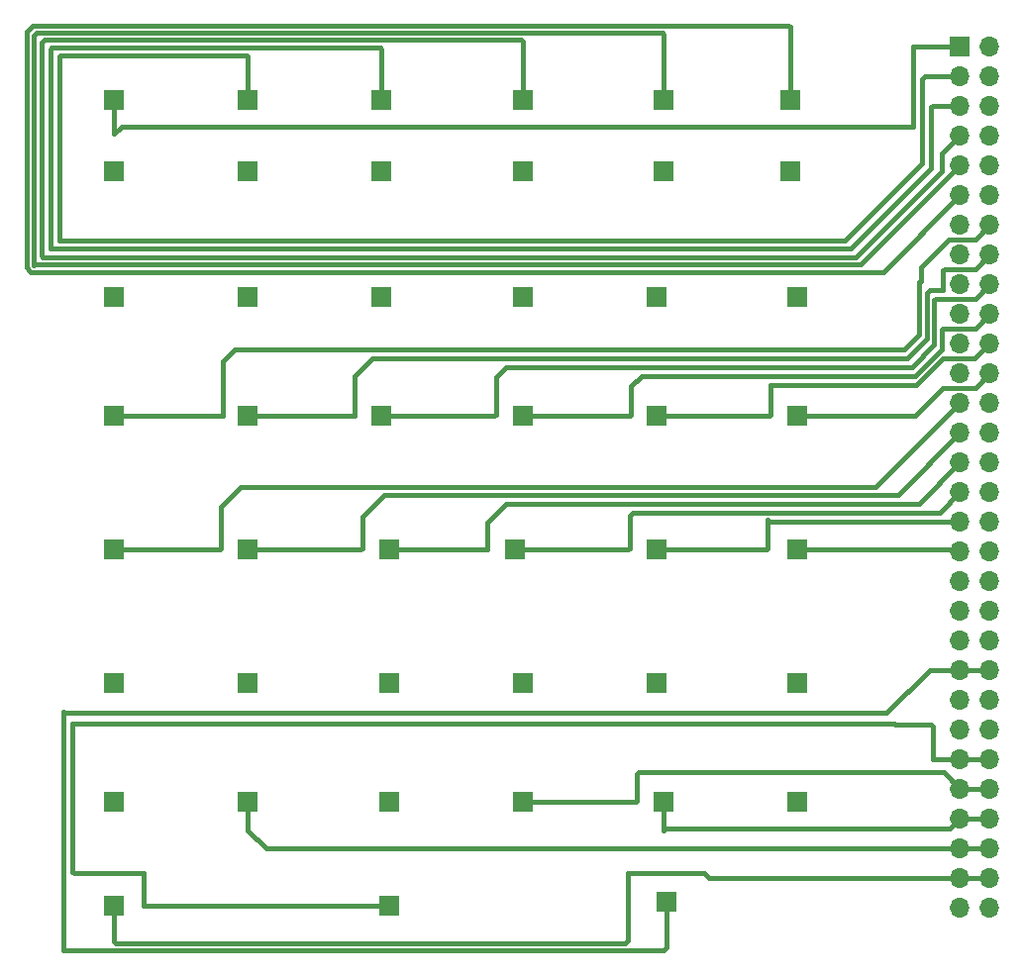
<source format=gbl>
G04 #@! TF.FileFunction,Copper,L2,Bot,Signal*
%FSLAX46Y46*%
G04 Gerber Fmt 4.6, Leading zero omitted, Abs format (unit mm)*
G04 Created by KiCad (PCBNEW 4.0.7) date Monday, March 12, 2018 'AMt' 09:49:52 AM*
%MOMM*%
%LPD*%
G01*
G04 APERTURE LIST*
%ADD10C,0.100000*%
%ADD11R,1.700000X1.700000*%
%ADD12O,1.700000X1.700000*%
%ADD13C,0.400000*%
G04 APERTURE END LIST*
D10*
D11*
X177586096Y-74933000D03*
D12*
X180126096Y-74933000D03*
X177586096Y-77473000D03*
X180126096Y-77473000D03*
X177586096Y-80013000D03*
X180126096Y-80013000D03*
X177586096Y-82553000D03*
X180126096Y-82553000D03*
X177586096Y-85093000D03*
X180126096Y-85093000D03*
X177586096Y-87633000D03*
X180126096Y-87633000D03*
X177586096Y-90173000D03*
X180126096Y-90173000D03*
X177586096Y-92713000D03*
X180126096Y-92713000D03*
X177586096Y-95253000D03*
X180126096Y-95253000D03*
X177586096Y-97793000D03*
X180126096Y-97793000D03*
X177586096Y-100333000D03*
X180126096Y-100333000D03*
X177586096Y-102873000D03*
X180126096Y-102873000D03*
X177586096Y-105413000D03*
X180126096Y-105413000D03*
X177586096Y-107953000D03*
X180126096Y-107953000D03*
X177586096Y-110493000D03*
X180126096Y-110493000D03*
X177586096Y-113033000D03*
X180126096Y-113033000D03*
X177586096Y-115573000D03*
X180126096Y-115573000D03*
X177586096Y-118113000D03*
X180126096Y-118113000D03*
X177586096Y-120653000D03*
X180126096Y-120653000D03*
X177586096Y-123193000D03*
X180126096Y-123193000D03*
X177586096Y-125733000D03*
X180126096Y-125733000D03*
X177586096Y-128273000D03*
X180126096Y-128273000D03*
X177586096Y-130813000D03*
X180126096Y-130813000D03*
X177586096Y-133353000D03*
X180126096Y-133353000D03*
X177586096Y-135893000D03*
X180126096Y-135893000D03*
X177586096Y-138433000D03*
X180126096Y-138433000D03*
X177586096Y-140973000D03*
X180126096Y-140973000D03*
X177586096Y-143513000D03*
X180126096Y-143513000D03*
X177586096Y-146053000D03*
X180126096Y-146053000D03*
X177586096Y-148593000D03*
X180126096Y-148593000D03*
D11*
X105283000Y-79502000D03*
X116713000Y-79502000D03*
X128143000Y-79502000D03*
X140208000Y-79502000D03*
X152273000Y-79502000D03*
X163068000Y-79502000D03*
X105283000Y-96393000D03*
X116713000Y-96393000D03*
X128143000Y-96393000D03*
X140208000Y-96393000D03*
X151638000Y-96393000D03*
X163703000Y-96393000D03*
X105283000Y-117983000D03*
X116713000Y-117983000D03*
X128778000Y-117983000D03*
X139573000Y-117983000D03*
X151638000Y-117983000D03*
X163703000Y-117983000D03*
X163703000Y-129413000D03*
X151638000Y-129413000D03*
X140208000Y-129413000D03*
X128778000Y-129413000D03*
X116713000Y-129413000D03*
X105283000Y-129413000D03*
X163703000Y-106553000D03*
X151638000Y-106553000D03*
X140208000Y-106553000D03*
X128143000Y-106553000D03*
X116713000Y-106553000D03*
X105283000Y-106553000D03*
X163068000Y-85598000D03*
X152273000Y-85598000D03*
X140208000Y-85598000D03*
X128143000Y-85598000D03*
X116713000Y-85598000D03*
X105283000Y-85598000D03*
X152527000Y-148082000D03*
X163703000Y-139573000D03*
X128778000Y-139573000D03*
X128778000Y-148463000D03*
X140208000Y-139573000D03*
X152273000Y-139573000D03*
X116713000Y-139573000D03*
X105283000Y-148463000D03*
X105283000Y-139573000D03*
D13*
X105283000Y-79502000D02*
X105283000Y-82423000D01*
X105283000Y-82423000D02*
X105918000Y-81788000D01*
X105918000Y-81788000D02*
X173609000Y-81788000D01*
X173609000Y-81788000D02*
X173609000Y-74930000D01*
X173609000Y-74930000D02*
X173612000Y-74933000D01*
X173612000Y-74933000D02*
X177586096Y-74933000D01*
X116713000Y-79502000D02*
X116713000Y-75819000D01*
X174622000Y-77473000D02*
X177586096Y-77473000D01*
X174371000Y-77724000D02*
X174622000Y-77473000D01*
X174371000Y-84963000D02*
X174371000Y-77724000D01*
X167767000Y-91567000D02*
X174371000Y-84963000D01*
X100584000Y-91567000D02*
X167767000Y-91567000D01*
X100584000Y-75819000D02*
X100584000Y-91567000D01*
X100711000Y-75692000D02*
X100584000Y-75819000D01*
X116586000Y-75692000D02*
X100711000Y-75692000D01*
X116713000Y-75819000D02*
X116586000Y-75692000D01*
X128143000Y-79502000D02*
X128143000Y-75184000D01*
X175257000Y-80013000D02*
X177586096Y-80013000D01*
X175133000Y-80137000D02*
X175257000Y-80013000D01*
X175133000Y-85344000D02*
X175133000Y-80137000D01*
X168275000Y-92202000D02*
X175133000Y-85344000D01*
X99822000Y-92202000D02*
X168275000Y-92202000D01*
X99822000Y-75184000D02*
X99822000Y-92202000D01*
X99949000Y-75057000D02*
X99822000Y-75184000D01*
X128016000Y-75057000D02*
X99949000Y-75057000D01*
X128143000Y-75184000D02*
X128016000Y-75057000D01*
X140208000Y-79502000D02*
X140208000Y-74549000D01*
X176022000Y-84117096D02*
X177586096Y-82553000D01*
X176022000Y-85598000D02*
X176022000Y-84117096D01*
X168656000Y-92964000D02*
X176022000Y-85598000D01*
X99187000Y-92964000D02*
X168656000Y-92964000D01*
X99060000Y-92837000D02*
X99187000Y-92964000D01*
X99060000Y-74641002D02*
X99060000Y-92837000D01*
X99314000Y-74387002D02*
X99060000Y-74641002D01*
X140046002Y-74387002D02*
X99314000Y-74387002D01*
X140208000Y-74549000D02*
X140046002Y-74387002D01*
X152273000Y-79502000D02*
X152273000Y-73914000D01*
X169080096Y-93599000D02*
X177586096Y-85093000D01*
X98459998Y-93599000D02*
X169080096Y-93599000D01*
X98425000Y-93633998D02*
X98459998Y-93599000D01*
X98425000Y-74041000D02*
X98425000Y-93633998D01*
X98679000Y-73787000D02*
X98425000Y-74041000D01*
X152146000Y-73787000D02*
X98679000Y-73787000D01*
X152273000Y-73914000D02*
X152146000Y-73787000D01*
X177586096Y-85684904D02*
X177586096Y-85093000D01*
X163068000Y-79502000D02*
X163068000Y-73279000D01*
X170985096Y-94234000D02*
X177586096Y-87633000D01*
X98171000Y-94234000D02*
X170985096Y-94234000D01*
X97790000Y-93853000D02*
X98171000Y-94234000D01*
X97790000Y-73660000D02*
X97790000Y-93853000D01*
X98298000Y-73152000D02*
X97790000Y-73660000D01*
X162941000Y-73152000D02*
X98298000Y-73152000D01*
X163068000Y-73279000D02*
X162941000Y-73152000D01*
X105283000Y-117983000D02*
X114300000Y-117983000D01*
X170350096Y-112649000D02*
X177586096Y-105413000D01*
X116078000Y-112649000D02*
X170350096Y-112649000D01*
X114427000Y-114300000D02*
X116078000Y-112649000D01*
X114427000Y-117856000D02*
X114427000Y-114300000D01*
X114300000Y-117983000D02*
X114427000Y-117856000D01*
X116713000Y-117983000D02*
X126365000Y-117983000D01*
X172255096Y-113284000D02*
X177586096Y-107953000D01*
X128397000Y-113284000D02*
X172255096Y-113284000D01*
X126492000Y-115189000D02*
X128397000Y-113284000D01*
X126492000Y-117856000D02*
X126492000Y-115189000D01*
X126365000Y-117983000D02*
X126492000Y-117856000D01*
X128778000Y-117983000D02*
X137160000Y-117983000D01*
X174033096Y-114046000D02*
X177586096Y-110493000D01*
X138811000Y-114046000D02*
X174033096Y-114046000D01*
X137160000Y-115697000D02*
X138811000Y-114046000D01*
X137160000Y-117983000D02*
X137160000Y-115697000D01*
X139573000Y-117983000D02*
X149225000Y-117983000D01*
X175811096Y-114808000D02*
X177586096Y-113033000D01*
X149606000Y-114808000D02*
X175811096Y-114808000D01*
X149352000Y-115062000D02*
X149606000Y-114808000D01*
X149352000Y-117856000D02*
X149352000Y-115062000D01*
X149225000Y-117983000D02*
X149352000Y-117856000D01*
X151638000Y-117983000D02*
X161036000Y-117983000D01*
X161293000Y-115573000D02*
X177586096Y-115573000D01*
X161163000Y-115443000D02*
X161293000Y-115573000D01*
X161163000Y-117856000D02*
X161163000Y-115443000D01*
X161036000Y-117983000D02*
X161163000Y-117856000D01*
X163703000Y-117983000D02*
X177456096Y-117983000D01*
X177456096Y-117983000D02*
X177586096Y-118113000D01*
X177586096Y-128273000D02*
X180126096Y-128273000D01*
X152527000Y-148082000D02*
X152527000Y-152019000D01*
X175003000Y-128273000D02*
X180126096Y-128273000D01*
X171323000Y-131953000D02*
X175003000Y-128273000D01*
X101092000Y-131953000D02*
X171323000Y-131953000D01*
X100965000Y-131826000D02*
X101092000Y-131953000D01*
X100965000Y-152273000D02*
X100965000Y-131826000D01*
X152273000Y-152273000D02*
X100965000Y-152273000D01*
X152527000Y-152019000D02*
X152273000Y-152273000D01*
X177586096Y-135893000D02*
X180126096Y-135893000D01*
X128778000Y-148463000D02*
X107823000Y-148463000D01*
X175263000Y-135893000D02*
X180126096Y-135893000D01*
X175260000Y-135890000D02*
X175263000Y-135893000D01*
X175260000Y-133096000D02*
X175260000Y-135890000D01*
X175133000Y-132969000D02*
X175260000Y-133096000D01*
X172085000Y-132969000D02*
X175133000Y-132969000D01*
X171958000Y-132842000D02*
X172085000Y-132969000D01*
X101727000Y-132842000D02*
X171958000Y-132842000D01*
X101727000Y-145542000D02*
X101727000Y-132842000D01*
X101854000Y-145669000D02*
X101727000Y-145542000D01*
X107823000Y-145669000D02*
X101854000Y-145669000D01*
X107823000Y-148463000D02*
X107823000Y-145669000D01*
X140208000Y-139573000D02*
X149860000Y-139573000D01*
X176186096Y-137033000D02*
X177586096Y-138433000D01*
X150114000Y-137033000D02*
X176186096Y-137033000D01*
X149987000Y-137160000D02*
X150114000Y-137033000D01*
X149987000Y-139446000D02*
X149987000Y-137160000D01*
X149860000Y-139573000D02*
X149987000Y-139446000D01*
X177586096Y-138433000D02*
X180126096Y-138433000D01*
X152273000Y-139573000D02*
X152273000Y-141986000D01*
X176700096Y-141859000D02*
X177586096Y-140973000D01*
X152400000Y-141859000D02*
X176700096Y-141859000D01*
X152273000Y-141986000D02*
X152400000Y-141859000D01*
X177586096Y-140973000D02*
X180126096Y-140973000D01*
X177586096Y-143513000D02*
X180126096Y-143513000D01*
X116713000Y-139573000D02*
X116713000Y-141986000D01*
X118240000Y-143513000D02*
X180126096Y-143513000D01*
X116713000Y-141986000D02*
X118240000Y-143513000D01*
X177586096Y-146053000D02*
X180126096Y-146053000D01*
X105283000Y-148463000D02*
X105283000Y-151511000D01*
X156086000Y-146053000D02*
X180126096Y-146053000D01*
X155702000Y-145669000D02*
X156086000Y-146053000D01*
X149225000Y-145669000D02*
X155702000Y-145669000D01*
X149225000Y-151418998D02*
X149225000Y-145669000D01*
X148971000Y-151672998D02*
X149225000Y-151418998D01*
X105444998Y-151672998D02*
X148971000Y-151672998D01*
X105283000Y-151511000D02*
X105444998Y-151672998D01*
X105283000Y-106553000D02*
X114554000Y-106553000D01*
X178859096Y-91440000D02*
X180126096Y-90173000D01*
X176657000Y-91440000D02*
X178859096Y-91440000D01*
X174244000Y-93853000D02*
X176657000Y-91440000D01*
X174244000Y-94996000D02*
X174244000Y-93853000D01*
X174117000Y-95123000D02*
X174244000Y-94996000D01*
X174117000Y-99568000D02*
X174117000Y-95123000D01*
X172847000Y-100838000D02*
X174117000Y-99568000D01*
X115570000Y-100838000D02*
X172847000Y-100838000D01*
X114554000Y-101854000D02*
X115570000Y-100838000D01*
X114554000Y-106553000D02*
X114554000Y-101854000D01*
X116713000Y-106553000D02*
X125857000Y-106553000D01*
X178859096Y-93980000D02*
X180126096Y-92713000D01*
X176276000Y-93980000D02*
X178859096Y-93980000D01*
X176149000Y-94107000D02*
X176276000Y-93980000D01*
X176149000Y-95758000D02*
X176149000Y-94107000D01*
X175006000Y-95758000D02*
X176149000Y-95758000D01*
X174752000Y-96012000D02*
X175006000Y-95758000D01*
X174752000Y-99949000D02*
X174752000Y-96012000D01*
X173101000Y-101600000D02*
X174752000Y-99949000D01*
X127381000Y-101600000D02*
X173101000Y-101600000D01*
X125857000Y-103124000D02*
X127381000Y-101600000D01*
X125857000Y-106553000D02*
X125857000Y-103124000D01*
X128143000Y-106553000D02*
X137795000Y-106553000D01*
X178859096Y-96520000D02*
X180126096Y-95253000D01*
X175514000Y-96520000D02*
X178859096Y-96520000D01*
X175387000Y-96647000D02*
X175514000Y-96520000D01*
X175387000Y-100457000D02*
X175387000Y-96647000D01*
X173482000Y-102362000D02*
X175387000Y-100457000D01*
X138811000Y-102362000D02*
X173482000Y-102362000D01*
X137922000Y-103251000D02*
X138811000Y-102362000D01*
X137922000Y-106426000D02*
X137922000Y-103251000D01*
X137795000Y-106553000D02*
X137922000Y-106426000D01*
X140208000Y-106553000D02*
X149352000Y-106553000D01*
X178859096Y-99060000D02*
X180126096Y-97793000D01*
X176149000Y-99060000D02*
X178859096Y-99060000D01*
X176022000Y-99187000D02*
X176149000Y-99060000D01*
X176022000Y-100838000D02*
X176022000Y-99187000D01*
X173736000Y-103124000D02*
X176022000Y-100838000D01*
X150368000Y-103124000D02*
X173736000Y-103124000D01*
X149479000Y-104013000D02*
X150368000Y-103124000D01*
X149479000Y-106426000D02*
X149479000Y-104013000D01*
X149352000Y-106553000D02*
X149479000Y-106426000D01*
X151638000Y-106553000D02*
X161290000Y-106553000D01*
X178816000Y-101600000D02*
X180083000Y-100333000D01*
X176149000Y-101600000D02*
X178816000Y-101600000D01*
X173863000Y-103886000D02*
X176149000Y-101600000D01*
X161417000Y-103886000D02*
X173863000Y-103886000D01*
X161417000Y-106426000D02*
X161417000Y-103886000D01*
X161290000Y-106553000D02*
X161417000Y-106426000D01*
X180083000Y-100333000D02*
X180126096Y-100333000D01*
X163703000Y-106553000D02*
X173736000Y-106553000D01*
X178859096Y-104140000D02*
X180126096Y-102873000D01*
X176149000Y-104140000D02*
X178859096Y-104140000D01*
X173736000Y-106553000D02*
X176149000Y-104140000D01*
M02*

</source>
